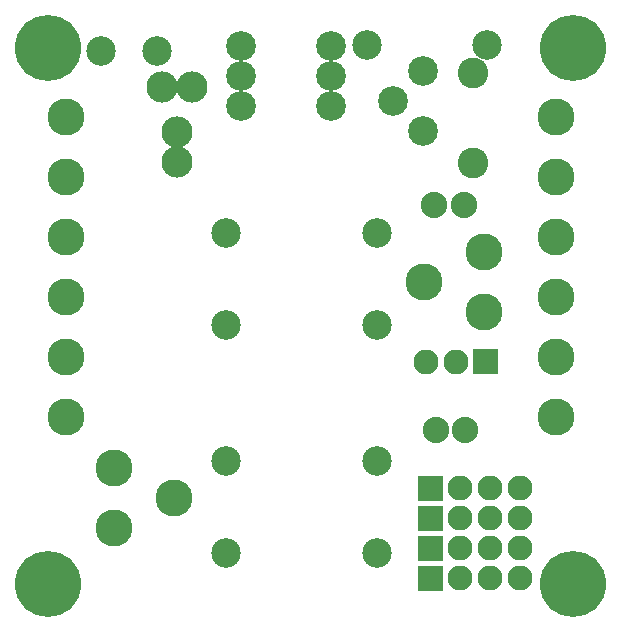
<source format=gbr>
%FSLAX34Y34*%
%MOMM*%
%LNSOLDERMASK_BOTTOM*%
G71*
G01*
%ADD10C, 3.14*%
%ADD11C, 2.51*%
%ADD12C, 2.64*%
%ADD13C, 3.14*%
%ADD14C, 2.50*%
%ADD15C, 5.60*%
%ADD16C, 2.60*%
%ADD17C, 2.12*%
%ADD18C, 2.24*%
%ADD19C, 2.50*%
%LPD*%
X43477Y-87192D02*
G54D10*
D03*
X43477Y-137992D02*
G54D10*
D03*
X43477Y-188792D02*
G54D10*
D03*
X43477Y-239592D02*
G54D10*
D03*
X458546Y-137804D02*
G54D10*
D03*
X458546Y-87004D02*
G54D10*
D03*
X43477Y-290392D02*
G54D10*
D03*
X43477Y-341192D02*
G54D10*
D03*
X458546Y-239404D02*
G54D10*
D03*
X458546Y-188604D02*
G54D10*
D03*
X458546Y-341004D02*
G54D10*
D03*
X458546Y-290204D02*
G54D10*
D03*
X268249Y-27150D02*
G54D11*
D03*
X268249Y-52550D02*
G54D11*
D03*
X192049Y-27150D02*
G54D11*
D03*
X192049Y-52550D02*
G54D11*
D03*
X192049Y-77950D02*
G54D11*
D03*
X268249Y-77950D02*
G54D11*
D03*
X150717Y-61542D02*
G54D12*
D03*
X125317Y-61542D02*
G54D12*
D03*
X138196Y-99804D02*
G54D12*
D03*
X138196Y-125204D02*
G54D12*
D03*
X345767Y-99462D02*
G54D11*
D03*
X345767Y-48662D02*
G54D11*
D03*
X320367Y-74062D02*
G54D11*
D03*
X398015Y-252771D02*
G54D13*
D03*
X398015Y-201971D02*
G54D13*
D03*
X347215Y-227371D02*
G54D13*
D03*
X84869Y-384050D02*
G54D13*
D03*
X84869Y-434850D02*
G54D13*
D03*
X135669Y-409450D02*
G54D13*
D03*
X399937Y-26081D02*
G54D14*
D03*
X298337Y-26081D02*
G54D14*
D03*
X28471Y-28516D02*
G54D15*
D03*
X120675Y-31787D02*
G54D14*
D03*
X73050Y-31787D02*
G54D14*
D03*
X472971Y-28516D02*
G54D15*
D03*
X472971Y-482541D02*
G54D15*
D03*
X28471Y-482541D02*
G54D15*
D03*
X388144Y-50006D02*
G54D16*
D03*
X388144Y-126206D02*
G54D16*
D03*
G36*
X409856Y-305082D02*
X388656Y-305082D01*
X388656Y-283882D01*
X409856Y-283882D01*
X409856Y-305082D01*
G37*
X373856Y-294482D02*
G54D17*
D03*
X348456Y-294482D02*
G54D17*
D03*
X355509Y-161926D02*
G54D18*
D03*
X380409Y-161926D02*
G54D18*
D03*
X357097Y-352426D02*
G54D18*
D03*
X381997Y-352426D02*
G54D18*
D03*
G36*
X341825Y-391038D02*
X363025Y-391038D01*
X363025Y-412238D01*
X341825Y-412238D01*
X341825Y-391038D01*
G37*
X377825Y-401638D02*
G54D17*
D03*
X403225Y-401638D02*
G54D17*
D03*
X428625Y-401638D02*
G54D17*
D03*
G36*
X341825Y-416438D02*
X363025Y-416438D01*
X363025Y-437638D01*
X341825Y-437638D01*
X341825Y-416438D01*
G37*
X377825Y-427038D02*
G54D17*
D03*
X403225Y-427038D02*
G54D17*
D03*
X428625Y-427038D02*
G54D17*
D03*
G36*
X341825Y-441838D02*
X363025Y-441838D01*
X363025Y-463038D01*
X341825Y-463038D01*
X341825Y-441838D01*
G37*
X377825Y-452438D02*
G54D17*
D03*
X403225Y-452438D02*
G54D17*
D03*
X428625Y-452438D02*
G54D17*
D03*
G36*
X341825Y-467238D02*
X363025Y-467238D01*
X363025Y-488438D01*
X341825Y-488438D01*
X341825Y-467238D01*
G37*
X377825Y-477838D02*
G54D17*
D03*
X403225Y-477838D02*
G54D17*
D03*
X428625Y-477838D02*
G54D17*
D03*
X179492Y-263165D02*
G54D19*
D03*
X179492Y-185783D02*
G54D19*
D03*
X307286Y-263165D02*
G54D19*
D03*
X307286Y-185784D02*
G54D19*
D03*
X179492Y-456046D02*
G54D19*
D03*
X179492Y-378665D02*
G54D19*
D03*
X307286Y-456046D02*
G54D19*
D03*
X307286Y-378665D02*
G54D19*
D03*
M02*

</source>
